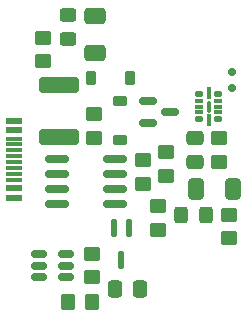
<source format=gbr>
%TF.GenerationSoftware,KiCad,Pcbnew,9.0.1*%
%TF.CreationDate,2025-04-12T21:10:11-04:00*%
%TF.ProjectId,USB-C-3-way-splitter-V5,5553422d-432d-4332-9d77-61792d73706c,rev?*%
%TF.SameCoordinates,Original*%
%TF.FileFunction,Paste,Top*%
%TF.FilePolarity,Positive*%
%FSLAX46Y46*%
G04 Gerber Fmt 4.6, Leading zero omitted, Abs format (unit mm)*
G04 Created by KiCad (PCBNEW 9.0.1) date 2025-04-12 21:10:11*
%MOMM*%
%LPD*%
G01*
G04 APERTURE LIST*
G04 Aperture macros list*
%AMRoundRect*
0 Rectangle with rounded corners*
0 $1 Rounding radius*
0 $2 $3 $4 $5 $6 $7 $8 $9 X,Y pos of 4 corners*
0 Add a 4 corners polygon primitive as box body*
4,1,4,$2,$3,$4,$5,$6,$7,$8,$9,$2,$3,0*
0 Add four circle primitives for the rounded corners*
1,1,$1+$1,$2,$3*
1,1,$1+$1,$4,$5*
1,1,$1+$1,$6,$7*
1,1,$1+$1,$8,$9*
0 Add four rect primitives between the rounded corners*
20,1,$1+$1,$2,$3,$4,$5,0*
20,1,$1+$1,$4,$5,$6,$7,0*
20,1,$1+$1,$6,$7,$8,$9,0*
20,1,$1+$1,$8,$9,$2,$3,0*%
G04 Aperture macros list end*
%ADD10RoundRect,0.250000X1.450000X-0.400000X1.450000X0.400000X-1.450000X0.400000X-1.450000X-0.400000X0*%
%ADD11RoundRect,0.112500X0.112500X0.637500X-0.112500X0.637500X-0.112500X-0.637500X0.112500X-0.637500X0*%
%ADD12RoundRect,0.150000X-0.587500X-0.150000X0.587500X-0.150000X0.587500X0.150000X-0.587500X0.150000X0*%
%ADD13RoundRect,0.250000X-0.350000X-0.450000X0.350000X-0.450000X0.350000X0.450000X-0.350000X0.450000X0*%
%ADD14RoundRect,0.150000X-0.825000X-0.150000X0.825000X-0.150000X0.825000X0.150000X-0.825000X0.150000X0*%
%ADD15RoundRect,0.250000X-0.450000X0.350000X-0.450000X-0.350000X0.450000X-0.350000X0.450000X0.350000X0*%
%ADD16RoundRect,0.250000X0.650000X-0.412500X0.650000X0.412500X-0.650000X0.412500X-0.650000X-0.412500X0*%
%ADD17RoundRect,0.250000X-0.450000X0.325000X-0.450000X-0.325000X0.450000X-0.325000X0.450000X0.325000X0*%
%ADD18RoundRect,0.250000X-0.337500X-0.475000X0.337500X-0.475000X0.337500X0.475000X-0.337500X0.475000X0*%
%ADD19RoundRect,0.250000X-0.325000X-0.450000X0.325000X-0.450000X0.325000X0.450000X-0.325000X0.450000X0*%
%ADD20RoundRect,0.125000X-0.215000X-0.125000X0.215000X-0.125000X0.215000X0.125000X-0.215000X0.125000X0*%
%ADD21RoundRect,0.087500X-0.252500X-0.087500X0.252500X-0.087500X0.252500X0.087500X-0.252500X0.087500X0*%
%ADD22RoundRect,0.087500X-0.087500X-0.425000X0.087500X-0.425000X0.087500X0.425000X-0.087500X0.425000X0*%
%ADD23RoundRect,0.087500X-0.087500X-0.387500X0.087500X-0.387500X0.087500X0.387500X-0.087500X0.387500X0*%
%ADD24RoundRect,0.250000X0.450000X-0.350000X0.450000X0.350000X-0.450000X0.350000X-0.450000X-0.350000X0*%
%ADD25RoundRect,0.250000X-0.475000X0.337500X-0.475000X-0.337500X0.475000X-0.337500X0.475000X0.337500X0*%
%ADD26RoundRect,0.250000X0.412500X0.650000X-0.412500X0.650000X-0.412500X-0.650000X0.412500X-0.650000X0*%
%ADD27RoundRect,0.225000X-0.375000X0.225000X-0.375000X-0.225000X0.375000X-0.225000X0.375000X0.225000X0*%
%ADD28RoundRect,0.225000X0.225000X0.375000X-0.225000X0.375000X-0.225000X-0.375000X0.225000X-0.375000X0*%
%ADD29RoundRect,0.150000X-0.200000X0.150000X-0.200000X-0.150000X0.200000X-0.150000X0.200000X0.150000X0*%
%ADD30RoundRect,0.150000X0.512500X0.150000X-0.512500X0.150000X-0.512500X-0.150000X0.512500X-0.150000X0*%
%ADD31R,1.450000X0.600000*%
%ADD32R,1.450000X0.300000*%
G04 APERTURE END LIST*
D10*
%TO.C,F1*%
X8700000Y1850000D03*
X8700000Y6300000D03*
%TD*%
D11*
%TO.C,D1*%
X14650000Y-5840000D03*
X13350000Y-5840000D03*
X14000000Y-8500000D03*
%TD*%
D12*
%TO.C,Q1*%
X16262500Y4950000D03*
X16262500Y3050000D03*
X18137500Y4000000D03*
%TD*%
D13*
%TO.C,R1*%
X9500000Y-12100000D03*
X11500000Y-12100000D03*
%TD*%
D14*
%TO.C,U1*%
X8525000Y5000D03*
X8525000Y-1265000D03*
X8525000Y-2535000D03*
X8525000Y-3805000D03*
X13475000Y-3805000D03*
X13475000Y-2535000D03*
X13475000Y-1265000D03*
X13475000Y5000D03*
%TD*%
D15*
%TO.C,R3*%
X15800000Y-100000D03*
X15800000Y-2100000D03*
%TD*%
%TO.C,R7*%
X22300000Y1800000D03*
X22300000Y-200000D03*
%TD*%
D16*
%TO.C,C3*%
X11800000Y9037500D03*
X11800000Y12162500D03*
%TD*%
D17*
%TO.C,D2*%
X9500000Y12225000D03*
X9500000Y10175000D03*
%TD*%
D18*
%TO.C,C5*%
X13500000Y-11000000D03*
X15575000Y-11000000D03*
%TD*%
D19*
%TO.C,D3*%
X19075000Y-4700000D03*
X21125000Y-4700000D03*
%TD*%
D20*
%TO.C,U2*%
X20590000Y5537500D03*
D21*
X20590000Y4962500D03*
X20590000Y4462500D03*
X20590000Y3962500D03*
D20*
X20590000Y3387500D03*
D22*
X21400000Y3325000D03*
D20*
X22210000Y3387500D03*
D21*
X22210000Y3962500D03*
X22210000Y4462500D03*
X22210000Y4962500D03*
D20*
X22210000Y5537500D03*
D22*
X21400000Y5600000D03*
D23*
X21400000Y4462500D03*
%TD*%
D15*
%TO.C,R6*%
X17100000Y-4000000D03*
X17100000Y-6000000D03*
%TD*%
D24*
%TO.C,R5*%
X23100000Y-6700000D03*
X23100000Y-4700000D03*
%TD*%
D25*
%TO.C,C1*%
X20200000Y1800000D03*
X20200000Y-275000D03*
%TD*%
D26*
%TO.C,C2*%
X23462500Y-2500000D03*
X20337500Y-2500000D03*
%TD*%
D27*
%TO.C,D5*%
X13900000Y4950000D03*
X13900000Y1650000D03*
%TD*%
D28*
%TO.C,D4*%
X14750000Y6900000D03*
X11450000Y6900000D03*
%TD*%
D24*
%TO.C,R4*%
X7400000Y8300000D03*
X7400000Y10300000D03*
%TD*%
%TO.C,R9*%
X17800000Y-1400000D03*
X17800000Y600000D03*
%TD*%
D15*
%TO.C,R2*%
X11500000Y-8000000D03*
X11500000Y-10000000D03*
%TD*%
D29*
%TO.C,D6*%
X23400000Y6000000D03*
X23400000Y7400000D03*
%TD*%
D30*
%TO.C,U3*%
X9337500Y-9950000D03*
X9337500Y-9000000D03*
X9337500Y-8050000D03*
X7062500Y-8050000D03*
X7062500Y-9000000D03*
X7062500Y-9950000D03*
%TD*%
D31*
%TO.C,J1*%
X4945000Y3250000D03*
X4945000Y2450000D03*
D32*
X4945000Y1250000D03*
X4945000Y250000D03*
X4945000Y-250000D03*
X4945000Y-1250000D03*
D31*
X4945000Y-2450000D03*
X4945000Y-3250000D03*
X4945000Y-3250000D03*
X4945000Y-2450000D03*
D32*
X4945000Y-1750000D03*
X4945000Y-750000D03*
X4945000Y750000D03*
X4945000Y1750000D03*
D31*
X4945000Y2450000D03*
X4945000Y3250000D03*
%TD*%
D15*
%TO.C,R8*%
X11700000Y3800000D03*
X11700000Y1800000D03*
%TD*%
M02*

</source>
